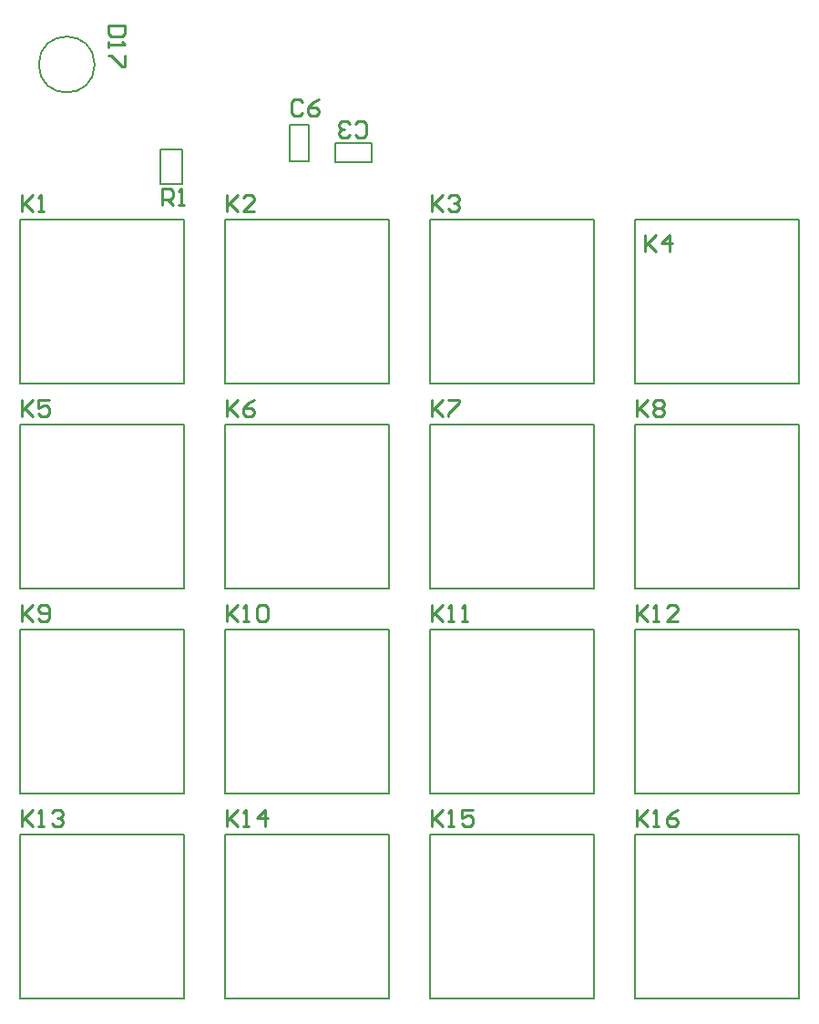
<source format=gbr>
G04*
G04 #@! TF.GenerationSoftware,Altium Limited,Altium Designer,22.4.2 (48)*
G04*
G04 Layer_Color=65535*
%FSLAX43Y43*%
%MOMM*%
G71*
G04*
G04 #@! TF.SameCoordinates,BF6EAB14-F510-4D30-AECA-DAF16463F929*
G04*
G04*
G04 #@! TF.FilePolarity,Positive*
G04*
G01*
G75*
%ADD10C,0.200*%
%ADD11C,0.127*%
%ADD12C,0.254*%
D10*
X64800Y97070D02*
G03*
X59600Y97070I-2600J0D01*
G01*
D02*
G03*
X64800Y97070I2600J0D01*
G01*
X70900Y85950D02*
Y89150D01*
X72900D01*
Y85950D02*
Y89150D01*
X70900Y85950D02*
X72900D01*
X82932Y88082D02*
Y91482D01*
X84732D01*
Y88082D02*
Y91482D01*
X82932Y88082D02*
X84732D01*
X87150Y89800D02*
X90550D01*
Y88000D02*
Y89800D01*
X87150Y88000D02*
X90550D01*
X87150D02*
Y89800D01*
D11*
X73120Y67380D02*
Y82620D01*
X57880D02*
X73120D01*
X57880Y67380D02*
Y82620D01*
Y67380D02*
X73120D01*
X76930D02*
X92170D01*
X76930D02*
Y82620D01*
X92170D01*
Y67380D02*
Y82620D01*
X111220Y67380D02*
Y82620D01*
X95980D02*
X111220D01*
X95980Y67380D02*
Y82620D01*
Y67380D02*
X111220D01*
X115030D02*
X130270D01*
X115030D02*
Y82620D01*
X130270D01*
Y67380D02*
Y82620D01*
X73120Y48330D02*
Y63570D01*
X57880D02*
X73120D01*
X57880Y48330D02*
Y63570D01*
Y48330D02*
X73120D01*
X76930D02*
X92170D01*
X76930D02*
Y63570D01*
X92170D01*
Y48330D02*
Y63570D01*
X111220Y48330D02*
Y63570D01*
X95980D02*
X111220D01*
X95980Y48330D02*
Y63570D01*
Y48330D02*
X111220D01*
X115030D02*
X130270D01*
X115030D02*
Y63570D01*
X130270D01*
Y48330D02*
Y63570D01*
X73120Y29280D02*
Y44520D01*
X57880D02*
X73120D01*
X57880Y29280D02*
Y44520D01*
Y29280D02*
X73120D01*
X76930D02*
X92170D01*
X76930D02*
Y44520D01*
X92170D01*
Y29280D02*
Y44520D01*
X111220Y29280D02*
Y44520D01*
X95980D02*
X111220D01*
X95980Y29280D02*
Y44520D01*
Y29280D02*
X111220D01*
X115030D02*
X130270D01*
X115030D02*
Y44520D01*
X130270D01*
Y29280D02*
Y44520D01*
X73120Y10230D02*
Y25470D01*
X57880D02*
X73120D01*
X57880Y10230D02*
Y25470D01*
Y10230D02*
X73120D01*
X76930D02*
X92170D01*
X76930D02*
Y25470D01*
X92170D01*
Y10230D02*
Y25470D01*
X111220Y10230D02*
Y25470D01*
X95980D02*
X111220D01*
X95980Y10230D02*
Y25470D01*
Y10230D02*
X111220D01*
X115030D02*
X130270D01*
X115030D02*
Y25470D01*
X130270D01*
Y10230D02*
Y25470D01*
D12*
X67562Y100704D02*
X66038D01*
Y99943D01*
X66292Y99689D01*
X67308D01*
X67562Y99943D01*
Y100704D01*
X66038Y99181D02*
Y98673D01*
Y98927D01*
X67562D01*
X67308Y99181D01*
X67562Y97911D02*
Y96896D01*
X67308D01*
X66292Y97911D01*
X66038D01*
X71084Y84038D02*
Y85562D01*
X71846D01*
X72100Y85308D01*
Y84800D01*
X71846Y84546D01*
X71084D01*
X71592D02*
X72100Y84038D01*
X72608D02*
X73116D01*
X72862D01*
Y85562D01*
X72608Y85308D01*
X115214Y27813D02*
Y26289D01*
Y26797D01*
X116230Y27813D01*
X115468Y27051D01*
X116230Y26289D01*
X116738D02*
X117246D01*
X116992D01*
Y27813D01*
X116738Y27559D01*
X119023Y27813D02*
X118515Y27559D01*
X118007Y27051D01*
Y26543D01*
X118261Y26289D01*
X118769D01*
X119023Y26543D01*
Y26797D01*
X118769Y27051D01*
X118007D01*
X96164Y27813D02*
Y26289D01*
Y26797D01*
X97180Y27813D01*
X96418Y27051D01*
X97180Y26289D01*
X97688D02*
X98196D01*
X97942D01*
Y27813D01*
X97688Y27559D01*
X99973Y27813D02*
X98957D01*
Y27051D01*
X99465Y27305D01*
X99719D01*
X99973Y27051D01*
Y26543D01*
X99719Y26289D01*
X99211D01*
X98957Y26543D01*
X77114Y27813D02*
Y26289D01*
Y26797D01*
X78130Y27813D01*
X77368Y27051D01*
X78130Y26289D01*
X78638D02*
X79146D01*
X78892D01*
Y27813D01*
X78638Y27559D01*
X80669Y26289D02*
Y27813D01*
X79908Y27051D01*
X80923D01*
X58064Y27813D02*
Y26289D01*
Y26797D01*
X59080Y27813D01*
X58318Y27051D01*
X59080Y26289D01*
X59588D02*
X60096D01*
X59842D01*
Y27813D01*
X59588Y27559D01*
X60857D02*
X61111Y27813D01*
X61619D01*
X61873Y27559D01*
Y27305D01*
X61619Y27051D01*
X61365D01*
X61619D01*
X61873Y26797D01*
Y26543D01*
X61619Y26289D01*
X61111D01*
X60857Y26543D01*
X115214Y46863D02*
Y45339D01*
Y45847D01*
X116230Y46863D01*
X115468Y46101D01*
X116230Y45339D01*
X116738D02*
X117246D01*
X116992D01*
Y46863D01*
X116738Y46609D01*
X119023Y45339D02*
X118007D01*
X119023Y46355D01*
Y46609D01*
X118769Y46863D01*
X118261D01*
X118007Y46609D01*
X96164Y46863D02*
Y45339D01*
Y45847D01*
X97180Y46863D01*
X96418Y46101D01*
X97180Y45339D01*
X97688D02*
X98196D01*
X97942D01*
Y46863D01*
X97688Y46609D01*
X98957Y45339D02*
X99465D01*
X99211D01*
Y46863D01*
X98957Y46609D01*
X77114Y46863D02*
Y45339D01*
Y45847D01*
X78130Y46863D01*
X77368Y46101D01*
X78130Y45339D01*
X78638D02*
X79146D01*
X78892D01*
Y46863D01*
X78638Y46609D01*
X79908D02*
X80161Y46863D01*
X80669D01*
X80923Y46609D01*
Y45593D01*
X80669Y45339D01*
X80161D01*
X79908Y45593D01*
Y46609D01*
X58064Y46863D02*
Y45339D01*
Y45847D01*
X59080Y46863D01*
X58318Y46101D01*
X59080Y45339D01*
X59588Y45593D02*
X59842Y45339D01*
X60350D01*
X60604Y45593D01*
Y46609D01*
X60350Y46863D01*
X59842D01*
X59588Y46609D01*
Y46355D01*
X59842Y46101D01*
X60604D01*
X115214Y65913D02*
Y64389D01*
Y64897D01*
X116230Y65913D01*
X115468Y65151D01*
X116230Y64389D01*
X116738Y65659D02*
X116992Y65913D01*
X117500D01*
X117754Y65659D01*
Y65405D01*
X117500Y65151D01*
X117754Y64897D01*
Y64643D01*
X117500Y64389D01*
X116992D01*
X116738Y64643D01*
Y64897D01*
X116992Y65151D01*
X116738Y65405D01*
Y65659D01*
X116992Y65151D02*
X117500D01*
X96164Y65913D02*
Y64389D01*
Y64897D01*
X97180Y65913D01*
X96418Y65151D01*
X97180Y64389D01*
X97688Y65913D02*
X98704D01*
Y65659D01*
X97688Y64643D01*
Y64389D01*
X77114Y65913D02*
Y64389D01*
Y64897D01*
X78130Y65913D01*
X77368Y65151D01*
X78130Y64389D01*
X79654Y65913D02*
X79146Y65659D01*
X78638Y65151D01*
Y64643D01*
X78892Y64389D01*
X79400D01*
X79654Y64643D01*
Y64897D01*
X79400Y65151D01*
X78638D01*
X58064Y65913D02*
Y64389D01*
Y64897D01*
X59080Y65913D01*
X58318Y65151D01*
X59080Y64389D01*
X60604Y65913D02*
X59588D01*
Y65151D01*
X60096Y65405D01*
X60350D01*
X60604Y65151D01*
Y64643D01*
X60350Y64389D01*
X59842D01*
X59588Y64643D01*
X115930Y81262D02*
Y79738D01*
Y80246D01*
X116946Y81262D01*
X116184Y80500D01*
X116946Y79738D01*
X118216D02*
Y81262D01*
X117454Y80500D01*
X118470D01*
X96164Y84963D02*
Y83439D01*
Y83947D01*
X97180Y84963D01*
X96418Y84201D01*
X97180Y83439D01*
X97688Y84709D02*
X97942Y84963D01*
X98450D01*
X98704Y84709D01*
Y84455D01*
X98450Y84201D01*
X98196D01*
X98450D01*
X98704Y83947D01*
Y83693D01*
X98450Y83439D01*
X97942D01*
X97688Y83693D01*
X77114Y84963D02*
Y83439D01*
Y83947D01*
X78130Y84963D01*
X77368Y84201D01*
X78130Y83439D01*
X79654D02*
X78638D01*
X79654Y84455D01*
Y84709D01*
X79400Y84963D01*
X78892D01*
X78638Y84709D01*
X58064Y84963D02*
Y83439D01*
Y83947D01*
X59080Y84963D01*
X58318Y84201D01*
X59080Y83439D01*
X59588D02*
X60096D01*
X59842D01*
Y84963D01*
X59588Y84709D01*
X84099Y93624D02*
X83845Y93878D01*
X83337D01*
X83083Y93624D01*
Y92608D01*
X83337Y92354D01*
X83845D01*
X84099Y92608D01*
X85623Y93878D02*
X85115Y93624D01*
X84607Y93116D01*
Y92608D01*
X84861Y92354D01*
X85369D01*
X85623Y92608D01*
Y92862D01*
X85369Y93116D01*
X84607D01*
X89054Y90492D02*
X89308Y90238D01*
X89816D01*
X90070Y90492D01*
Y91508D01*
X89816Y91762D01*
X89308D01*
X89054Y91508D01*
X88546Y90492D02*
X88292Y90238D01*
X87784D01*
X87530Y90492D01*
Y90746D01*
X87784Y91000D01*
X88038D01*
X87784D01*
X87530Y91254D01*
Y91508D01*
X87784Y91762D01*
X88292D01*
X88546Y91508D01*
M02*

</source>
